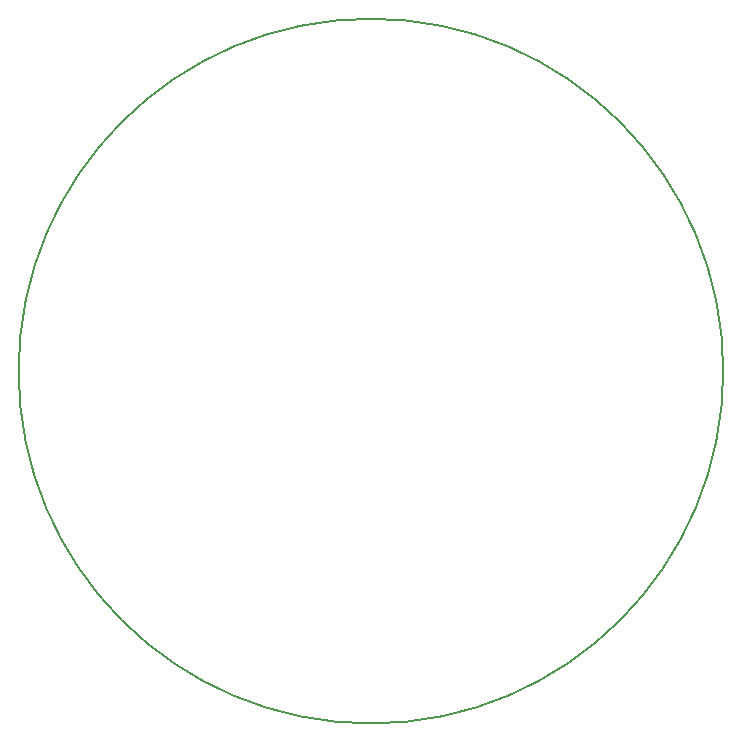
<source format=gm1>
G04 #@! TF.FileFunction,Profile,NP*
%FSLAX46Y46*%
G04 Gerber Fmt 4.6, Leading zero omitted, Abs format (unit mm)*
G04 Created by KiCad (PCBNEW 4.0.7) date 03/26/19 14:41:24*
%MOMM*%
%LPD*%
G01*
G04 APERTURE LIST*
%ADD10C,0.100000*%
%ADD11C,0.150000*%
G04 APERTURE END LIST*
D10*
D11*
X117832868Y-56000000D02*
G75*
G03X117832868Y-56000000I-29832868J0D01*
G01*
M02*

</source>
